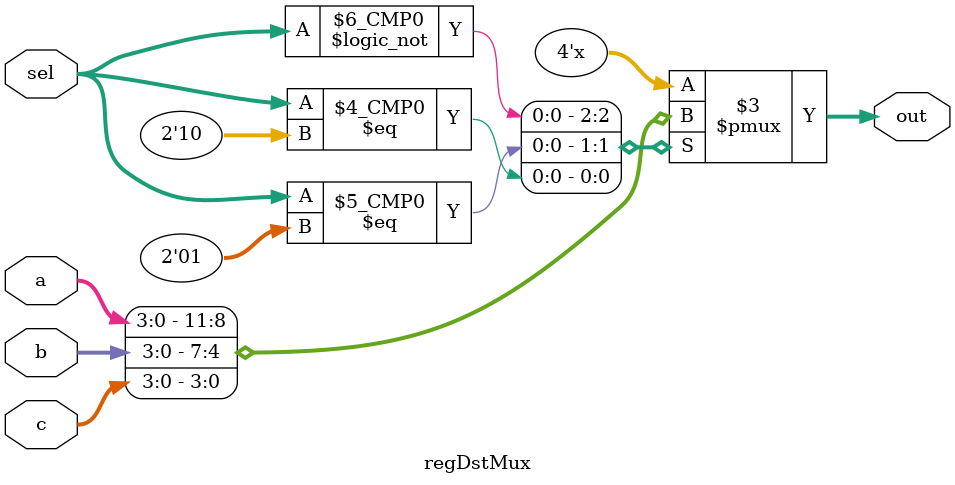
<source format=v>
/* 3 to 1 multiplexer module (regDstMux.v) outputs the corresponding signal based on the selection signal received. 
*/
module regDstMux(a, b, c, out, sel);
	input [3:0] a;
	input [3:0] b;
	input [3:0] c;
	input [1:0] sel;
	output [3:0] out;
	reg [3:0] out;
	always @ (sel or a or b or c)
	begin
		case(sel)
			0: out = a;
			1: out = b;
			2: out = c;
			`ifdef DEBUG
				default: $display("Debug msg: there was an error triggered in the program.");
			`endif
		endcase
	end
endmodule

</source>
